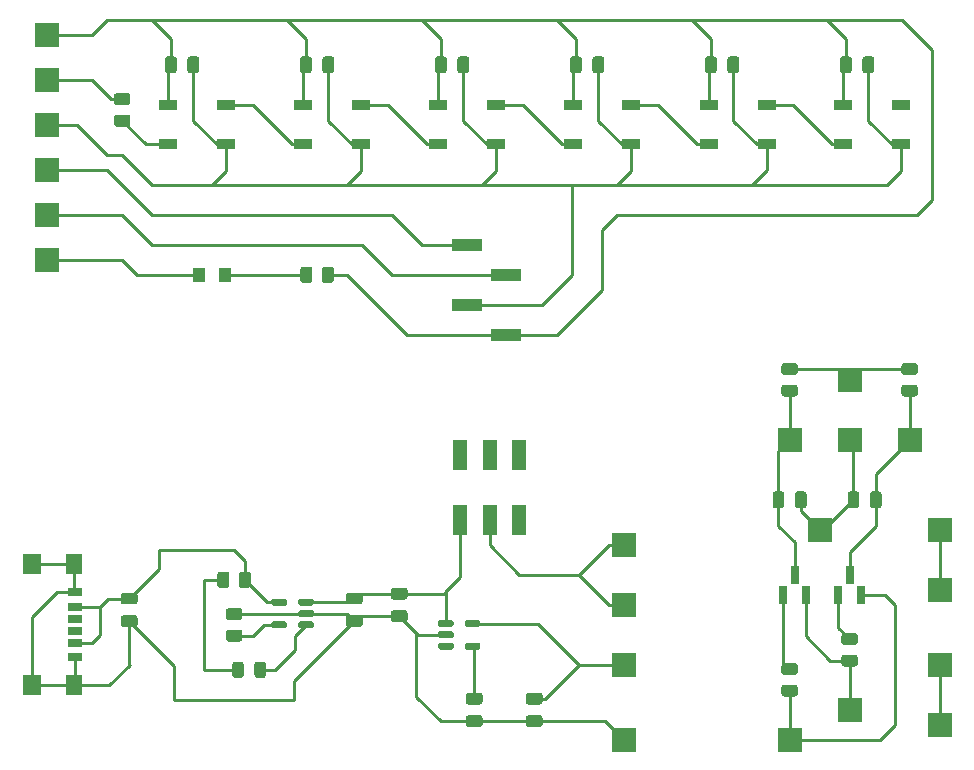
<source format=gtl>
%TF.GenerationSoftware,KiCad,Pcbnew,7.0.9*%
%TF.CreationDate,2023-12-13T15:44:44+01:00*%
%TF.ProjectId,TestPCB_Big,54657374-5043-4425-9f42-69672e6b6963,rev?*%
%TF.SameCoordinates,Original*%
%TF.FileFunction,Copper,L1,Top*%
%TF.FilePolarity,Positive*%
%FSLAX46Y46*%
G04 Gerber Fmt 4.6, Leading zero omitted, Abs format (unit mm)*
G04 Created by KiCad (PCBNEW 7.0.9) date 2023-12-13 15:44:44*
%MOMM*%
%LPD*%
G01*
G04 APERTURE LIST*
%TA.AperFunction,SMDPad,CuDef*%
%ADD10R,2.000000X2.000000*%
%TD*%
%TA.AperFunction,SMDPad,CuDef*%
%ADD11R,1.500000X0.900000*%
%TD*%
%TA.AperFunction,SMDPad,CuDef*%
%ADD12R,1.000000X1.250000*%
%TD*%
%TA.AperFunction,SMDPad,CuDef*%
%ADD13R,2.510000X1.000000*%
%TD*%
%TA.AperFunction,SMDPad,CuDef*%
%ADD14R,1.200000X0.700000*%
%TD*%
%TA.AperFunction,SMDPad,CuDef*%
%ADD15R,1.200000X0.760000*%
%TD*%
%TA.AperFunction,SMDPad,CuDef*%
%ADD16R,1.200000X0.800000*%
%TD*%
%TA.AperFunction,SMDPad,CuDef*%
%ADD17R,1.350000X1.800000*%
%TD*%
%TA.AperFunction,SMDPad,CuDef*%
%ADD18R,1.500000X1.800000*%
%TD*%
%TA.AperFunction,SMDPad,CuDef*%
%ADD19R,1.200000X2.500000*%
%TD*%
%TA.AperFunction,SMDPad,CuDef*%
%ADD20R,0.650000X1.550000*%
%TD*%
%TA.AperFunction,Conductor*%
%ADD21C,0.250000*%
%TD*%
G04 APERTURE END LIST*
D10*
X139700000Y-105410000D03*
X64135000Y-69850000D03*
%TA.AperFunction,SMDPad,CuDef*%
G36*
G01*
X89655000Y-105650000D02*
X90605000Y-105650000D01*
G75*
G02*
X90855000Y-105900000I0J-250000D01*
G01*
X90855000Y-106400000D01*
G75*
G02*
X90605000Y-106650000I-250000J0D01*
G01*
X89655000Y-106650000D01*
G75*
G02*
X89405000Y-106400000I0J250000D01*
G01*
X89405000Y-105900000D01*
G75*
G02*
X89655000Y-105650000I250000J0D01*
G01*
G37*
%TD.AperFunction*%
%TA.AperFunction,SMDPad,CuDef*%
G36*
G01*
X89655000Y-107550000D02*
X90605000Y-107550000D01*
G75*
G02*
X90855000Y-107800000I0J-250000D01*
G01*
X90855000Y-108300000D01*
G75*
G02*
X90605000Y-108550000I-250000J0D01*
G01*
X89655000Y-108550000D01*
G75*
G02*
X89405000Y-108300000I0J250000D01*
G01*
X89405000Y-107800000D01*
G75*
G02*
X89655000Y-107550000I250000J0D01*
G01*
G37*
%TD.AperFunction*%
X139700000Y-111760000D03*
%TA.AperFunction,SMDPad,CuDef*%
G36*
G01*
X137610000Y-89055000D02*
X136710000Y-89055000D01*
G75*
G02*
X136460000Y-88805000I0J250000D01*
G01*
X136460000Y-88280000D01*
G75*
G02*
X136710000Y-88030000I250000J0D01*
G01*
X137610000Y-88030000D01*
G75*
G02*
X137860000Y-88280000I0J-250000D01*
G01*
X137860000Y-88805000D01*
G75*
G02*
X137610000Y-89055000I-250000J0D01*
G01*
G37*
%TD.AperFunction*%
%TA.AperFunction,SMDPad,CuDef*%
G36*
G01*
X137610000Y-87230000D02*
X136710000Y-87230000D01*
G75*
G02*
X136460000Y-86980000I0J250000D01*
G01*
X136460000Y-86455000D01*
G75*
G02*
X136710000Y-86205000I250000J0D01*
G01*
X137610000Y-86205000D01*
G75*
G02*
X137860000Y-86455000I0J-250000D01*
G01*
X137860000Y-86980000D01*
G75*
G02*
X137610000Y-87230000I-250000J0D01*
G01*
G37*
%TD.AperFunction*%
D11*
X90715000Y-67690000D03*
X90715000Y-64390000D03*
X85815000Y-64390000D03*
X85815000Y-67690000D03*
%TA.AperFunction,SMDPad,CuDef*%
G36*
G01*
X104895000Y-114120000D02*
X105845000Y-114120000D01*
G75*
G02*
X106095000Y-114370000I0J-250000D01*
G01*
X106095000Y-114870000D01*
G75*
G02*
X105845000Y-115120000I-250000J0D01*
G01*
X104895000Y-115120000D01*
G75*
G02*
X104645000Y-114870000I0J250000D01*
G01*
X104645000Y-114370000D01*
G75*
G02*
X104895000Y-114120000I250000J0D01*
G01*
G37*
%TD.AperFunction*%
%TA.AperFunction,SMDPad,CuDef*%
G36*
G01*
X104895000Y-116020000D02*
X105845000Y-116020000D01*
G75*
G02*
X106095000Y-116270000I0J-250000D01*
G01*
X106095000Y-116770000D01*
G75*
G02*
X105845000Y-117020000I-250000J0D01*
G01*
X104895000Y-117020000D01*
G75*
G02*
X104645000Y-116770000I0J250000D01*
G01*
X104645000Y-116270000D01*
G75*
G02*
X104895000Y-116020000I250000J0D01*
G01*
G37*
%TD.AperFunction*%
%TA.AperFunction,SMDPad,CuDef*%
G36*
G01*
X125550000Y-98265000D02*
X125550000Y-97315000D01*
G75*
G02*
X125800000Y-97065000I250000J0D01*
G01*
X126300000Y-97065000D01*
G75*
G02*
X126550000Y-97315000I0J-250000D01*
G01*
X126550000Y-98265000D01*
G75*
G02*
X126300000Y-98515000I-250000J0D01*
G01*
X125800000Y-98515000D01*
G75*
G02*
X125550000Y-98265000I0J250000D01*
G01*
G37*
%TD.AperFunction*%
%TA.AperFunction,SMDPad,CuDef*%
G36*
G01*
X127450000Y-98265000D02*
X127450000Y-97315000D01*
G75*
G02*
X127700000Y-97065000I250000J0D01*
G01*
X128200000Y-97065000D01*
G75*
G02*
X128450000Y-97315000I0J-250000D01*
G01*
X128450000Y-98265000D01*
G75*
G02*
X128200000Y-98515000I-250000J0D01*
G01*
X127700000Y-98515000D01*
G75*
G02*
X127450000Y-98265000I0J250000D01*
G01*
G37*
%TD.AperFunction*%
%TA.AperFunction,SMDPad,CuDef*%
G36*
G01*
X70605000Y-105650000D02*
X71555000Y-105650000D01*
G75*
G02*
X71805000Y-105900000I0J-250000D01*
G01*
X71805000Y-106400000D01*
G75*
G02*
X71555000Y-106650000I-250000J0D01*
G01*
X70605000Y-106650000D01*
G75*
G02*
X70355000Y-106400000I0J250000D01*
G01*
X70355000Y-105900000D01*
G75*
G02*
X70605000Y-105650000I250000J0D01*
G01*
G37*
%TD.AperFunction*%
%TA.AperFunction,SMDPad,CuDef*%
G36*
G01*
X70605000Y-107550000D02*
X71555000Y-107550000D01*
G75*
G02*
X71805000Y-107800000I0J-250000D01*
G01*
X71805000Y-108300000D01*
G75*
G02*
X71555000Y-108550000I-250000J0D01*
G01*
X70605000Y-108550000D01*
G75*
G02*
X70355000Y-108300000I0J250000D01*
G01*
X70355000Y-107800000D01*
G75*
G02*
X70605000Y-107550000I250000J0D01*
G01*
G37*
%TD.AperFunction*%
%TA.AperFunction,SMDPad,CuDef*%
G36*
G01*
X82665000Y-111723750D02*
X82665000Y-112636250D01*
G75*
G02*
X82421250Y-112880000I-243750J0D01*
G01*
X81933750Y-112880000D01*
G75*
G02*
X81690000Y-112636250I0J243750D01*
G01*
X81690000Y-111723750D01*
G75*
G02*
X81933750Y-111480000I243750J0D01*
G01*
X82421250Y-111480000D01*
G75*
G02*
X82665000Y-111723750I0J-243750D01*
G01*
G37*
%TD.AperFunction*%
%TA.AperFunction,SMDPad,CuDef*%
G36*
G01*
X80790000Y-111723750D02*
X80790000Y-112636250D01*
G75*
G02*
X80546250Y-112880000I-243750J0D01*
G01*
X80058750Y-112880000D01*
G75*
G02*
X79815000Y-112636250I0J243750D01*
G01*
X79815000Y-111723750D01*
G75*
G02*
X80058750Y-111480000I243750J0D01*
G01*
X80546250Y-111480000D01*
G75*
G02*
X80790000Y-111723750I0J-243750D01*
G01*
G37*
%TD.AperFunction*%
X113575000Y-67690000D03*
X113575000Y-64390000D03*
X108675000Y-64390000D03*
X108675000Y-67690000D03*
%TA.AperFunction,SMDPad,CuDef*%
G36*
G01*
X99815000Y-114120000D02*
X100765000Y-114120000D01*
G75*
G02*
X101015000Y-114370000I0J-250000D01*
G01*
X101015000Y-114870000D01*
G75*
G02*
X100765000Y-115120000I-250000J0D01*
G01*
X99815000Y-115120000D01*
G75*
G02*
X99565000Y-114870000I0J250000D01*
G01*
X99565000Y-114370000D01*
G75*
G02*
X99815000Y-114120000I250000J0D01*
G01*
G37*
%TD.AperFunction*%
%TA.AperFunction,SMDPad,CuDef*%
G36*
G01*
X99815000Y-116020000D02*
X100765000Y-116020000D01*
G75*
G02*
X101015000Y-116270000I0J-250000D01*
G01*
X101015000Y-116770000D01*
G75*
G02*
X100765000Y-117020000I-250000J0D01*
G01*
X99815000Y-117020000D01*
G75*
G02*
X99565000Y-116770000I0J250000D01*
G01*
X99565000Y-116270000D01*
G75*
G02*
X99815000Y-116020000I250000J0D01*
G01*
G37*
%TD.AperFunction*%
%TA.AperFunction,SMDPad,CuDef*%
G36*
G01*
X88445000Y-60485000D02*
X88445000Y-61435000D01*
G75*
G02*
X88195000Y-61685000I-250000J0D01*
G01*
X87695000Y-61685000D01*
G75*
G02*
X87445000Y-61435000I0J250000D01*
G01*
X87445000Y-60485000D01*
G75*
G02*
X87695000Y-60235000I250000J0D01*
G01*
X88195000Y-60235000D01*
G75*
G02*
X88445000Y-60485000I0J-250000D01*
G01*
G37*
%TD.AperFunction*%
%TA.AperFunction,SMDPad,CuDef*%
G36*
G01*
X86545000Y-60485000D02*
X86545000Y-61435000D01*
G75*
G02*
X86295000Y-61685000I-250000J0D01*
G01*
X85795000Y-61685000D01*
G75*
G02*
X85545000Y-61435000I0J250000D01*
G01*
X85545000Y-60485000D01*
G75*
G02*
X85795000Y-60235000I250000J0D01*
G01*
X86295000Y-60235000D01*
G75*
G02*
X86545000Y-60485000I0J-250000D01*
G01*
G37*
%TD.AperFunction*%
D10*
X64135000Y-66040000D03*
%TA.AperFunction,SMDPad,CuDef*%
G36*
G01*
X132530000Y-111915000D02*
X131630000Y-111915000D01*
G75*
G02*
X131380000Y-111665000I0J250000D01*
G01*
X131380000Y-111140000D01*
G75*
G02*
X131630000Y-110890000I250000J0D01*
G01*
X132530000Y-110890000D01*
G75*
G02*
X132780000Y-111140000I0J-250000D01*
G01*
X132780000Y-111665000D01*
G75*
G02*
X132530000Y-111915000I-250000J0D01*
G01*
G37*
%TD.AperFunction*%
%TA.AperFunction,SMDPad,CuDef*%
G36*
G01*
X132530000Y-110090000D02*
X131630000Y-110090000D01*
G75*
G02*
X131380000Y-109840000I0J250000D01*
G01*
X131380000Y-109315000D01*
G75*
G02*
X131630000Y-109065000I250000J0D01*
G01*
X132530000Y-109065000D01*
G75*
G02*
X132780000Y-109315000I0J-250000D01*
G01*
X132780000Y-109840000D01*
G75*
G02*
X132530000Y-110090000I-250000J0D01*
G01*
G37*
%TD.AperFunction*%
X64135000Y-77470000D03*
D12*
X79205000Y-78740000D03*
X77005000Y-78740000D03*
D13*
X99695000Y-76200000D03*
X103005000Y-78740000D03*
X99695000Y-81280000D03*
X103005000Y-83820000D03*
%TA.AperFunction,SMDPad,CuDef*%
G36*
G01*
X80420000Y-109795000D02*
X79520000Y-109795000D01*
G75*
G02*
X79270000Y-109545000I0J250000D01*
G01*
X79270000Y-109020000D01*
G75*
G02*
X79520000Y-108770000I250000J0D01*
G01*
X80420000Y-108770000D01*
G75*
G02*
X80670000Y-109020000I0J-250000D01*
G01*
X80670000Y-109545000D01*
G75*
G02*
X80420000Y-109795000I-250000J0D01*
G01*
G37*
%TD.AperFunction*%
%TA.AperFunction,SMDPad,CuDef*%
G36*
G01*
X80420000Y-107970000D02*
X79520000Y-107970000D01*
G75*
G02*
X79270000Y-107720000I0J250000D01*
G01*
X79270000Y-107195000D01*
G75*
G02*
X79520000Y-106945000I250000J0D01*
G01*
X80420000Y-106945000D01*
G75*
G02*
X80670000Y-107195000I0J-250000D01*
G01*
X80670000Y-107720000D01*
G75*
G02*
X80420000Y-107970000I-250000J0D01*
G01*
G37*
%TD.AperFunction*%
D14*
X66515000Y-107870000D03*
D15*
X66515000Y-109890000D03*
D16*
X66515000Y-111120000D03*
D14*
X66515000Y-108870000D03*
D15*
X66515000Y-106850000D03*
D16*
X66515000Y-105620000D03*
D17*
X66440000Y-103245000D03*
X66440000Y-113495000D03*
D18*
X62860000Y-103245000D03*
X62860000Y-113495000D03*
%TA.AperFunction,SMDPad,CuDef*%
G36*
G01*
X70035000Y-63345000D02*
X70935000Y-63345000D01*
G75*
G02*
X71185000Y-63595000I0J-250000D01*
G01*
X71185000Y-64120000D01*
G75*
G02*
X70935000Y-64370000I-250000J0D01*
G01*
X70035000Y-64370000D01*
G75*
G02*
X69785000Y-64120000I0J250000D01*
G01*
X69785000Y-63595000D01*
G75*
G02*
X70035000Y-63345000I250000J0D01*
G01*
G37*
%TD.AperFunction*%
%TA.AperFunction,SMDPad,CuDef*%
G36*
G01*
X70035000Y-65170000D02*
X70935000Y-65170000D01*
G75*
G02*
X71185000Y-65420000I0J-250000D01*
G01*
X71185000Y-65945000D01*
G75*
G02*
X70935000Y-66195000I-250000J0D01*
G01*
X70035000Y-66195000D01*
G75*
G02*
X69785000Y-65945000I0J250000D01*
G01*
X69785000Y-65420000D01*
G75*
G02*
X70035000Y-65170000I250000J0D01*
G01*
G37*
%TD.AperFunction*%
D10*
X64135000Y-62230000D03*
X132080000Y-87630000D03*
%TA.AperFunction,SMDPad,CuDef*%
G36*
G01*
X86717500Y-108220000D02*
X86717500Y-108520000D01*
G75*
G02*
X86567500Y-108670000I-150000J0D01*
G01*
X85542500Y-108670000D01*
G75*
G02*
X85392500Y-108520000I0J150000D01*
G01*
X85392500Y-108220000D01*
G75*
G02*
X85542500Y-108070000I150000J0D01*
G01*
X86567500Y-108070000D01*
G75*
G02*
X86717500Y-108220000I0J-150000D01*
G01*
G37*
%TD.AperFunction*%
%TA.AperFunction,SMDPad,CuDef*%
G36*
G01*
X86717500Y-107270000D02*
X86717500Y-107570000D01*
G75*
G02*
X86567500Y-107720000I-150000J0D01*
G01*
X85542500Y-107720000D01*
G75*
G02*
X85392500Y-107570000I0J150000D01*
G01*
X85392500Y-107270000D01*
G75*
G02*
X85542500Y-107120000I150000J0D01*
G01*
X86567500Y-107120000D01*
G75*
G02*
X86717500Y-107270000I0J-150000D01*
G01*
G37*
%TD.AperFunction*%
%TA.AperFunction,SMDPad,CuDef*%
G36*
G01*
X86717500Y-106320000D02*
X86717500Y-106620000D01*
G75*
G02*
X86567500Y-106770000I-150000J0D01*
G01*
X85542500Y-106770000D01*
G75*
G02*
X85392500Y-106620000I0J150000D01*
G01*
X85392500Y-106320000D01*
G75*
G02*
X85542500Y-106170000I150000J0D01*
G01*
X86567500Y-106170000D01*
G75*
G02*
X86717500Y-106320000I0J-150000D01*
G01*
G37*
%TD.AperFunction*%
%TA.AperFunction,SMDPad,CuDef*%
G36*
G01*
X84442500Y-106320000D02*
X84442500Y-106620000D01*
G75*
G02*
X84292500Y-106770000I-150000J0D01*
G01*
X83267500Y-106770000D01*
G75*
G02*
X83117500Y-106620000I0J150000D01*
G01*
X83117500Y-106320000D01*
G75*
G02*
X83267500Y-106170000I150000J0D01*
G01*
X84292500Y-106170000D01*
G75*
G02*
X84442500Y-106320000I0J-150000D01*
G01*
G37*
%TD.AperFunction*%
%TA.AperFunction,SMDPad,CuDef*%
G36*
G01*
X84442500Y-108220000D02*
X84442500Y-108520000D01*
G75*
G02*
X84292500Y-108670000I-150000J0D01*
G01*
X83267500Y-108670000D01*
G75*
G02*
X83117500Y-108520000I0J150000D01*
G01*
X83117500Y-108220000D01*
G75*
G02*
X83267500Y-108070000I150000J0D01*
G01*
X84292500Y-108070000D01*
G75*
G02*
X84442500Y-108220000I0J-150000D01*
G01*
G37*
%TD.AperFunction*%
%TA.AperFunction,SMDPad,CuDef*%
G36*
G01*
X134800000Y-97315000D02*
X134800000Y-98265000D01*
G75*
G02*
X134550000Y-98515000I-250000J0D01*
G01*
X134050000Y-98515000D01*
G75*
G02*
X133800000Y-98265000I0J250000D01*
G01*
X133800000Y-97315000D01*
G75*
G02*
X134050000Y-97065000I250000J0D01*
G01*
X134550000Y-97065000D01*
G75*
G02*
X134800000Y-97315000I0J-250000D01*
G01*
G37*
%TD.AperFunction*%
%TA.AperFunction,SMDPad,CuDef*%
G36*
G01*
X132900000Y-97315000D02*
X132900000Y-98265000D01*
G75*
G02*
X132650000Y-98515000I-250000J0D01*
G01*
X132150000Y-98515000D01*
G75*
G02*
X131900000Y-98265000I0J250000D01*
G01*
X131900000Y-97315000D01*
G75*
G02*
X132150000Y-97065000I250000J0D01*
G01*
X132650000Y-97065000D01*
G75*
G02*
X132900000Y-97315000I0J-250000D01*
G01*
G37*
%TD.AperFunction*%
X127000000Y-118110000D03*
%TA.AperFunction,SMDPad,CuDef*%
G36*
G01*
X99875000Y-60485000D02*
X99875000Y-61435000D01*
G75*
G02*
X99625000Y-61685000I-250000J0D01*
G01*
X99125000Y-61685000D01*
G75*
G02*
X98875000Y-61435000I0J250000D01*
G01*
X98875000Y-60485000D01*
G75*
G02*
X99125000Y-60235000I250000J0D01*
G01*
X99625000Y-60235000D01*
G75*
G02*
X99875000Y-60485000I0J-250000D01*
G01*
G37*
%TD.AperFunction*%
%TA.AperFunction,SMDPad,CuDef*%
G36*
G01*
X97975000Y-60485000D02*
X97975000Y-61435000D01*
G75*
G02*
X97725000Y-61685000I-250000J0D01*
G01*
X97225000Y-61685000D01*
G75*
G02*
X96975000Y-61435000I0J250000D01*
G01*
X96975000Y-60485000D01*
G75*
G02*
X97225000Y-60235000I250000J0D01*
G01*
X97725000Y-60235000D01*
G75*
G02*
X97975000Y-60485000I0J-250000D01*
G01*
G37*
%TD.AperFunction*%
%TA.AperFunction,SMDPad,CuDef*%
G36*
G01*
X93465000Y-105230000D02*
X94415000Y-105230000D01*
G75*
G02*
X94665000Y-105480000I0J-250000D01*
G01*
X94665000Y-105980000D01*
G75*
G02*
X94415000Y-106230000I-250000J0D01*
G01*
X93465000Y-106230000D01*
G75*
G02*
X93215000Y-105980000I0J250000D01*
G01*
X93215000Y-105480000D01*
G75*
G02*
X93465000Y-105230000I250000J0D01*
G01*
G37*
%TD.AperFunction*%
%TA.AperFunction,SMDPad,CuDef*%
G36*
G01*
X93465000Y-107130000D02*
X94415000Y-107130000D01*
G75*
G02*
X94665000Y-107380000I0J-250000D01*
G01*
X94665000Y-107880000D01*
G75*
G02*
X94415000Y-108130000I-250000J0D01*
G01*
X93465000Y-108130000D01*
G75*
G02*
X93215000Y-107880000I0J250000D01*
G01*
X93215000Y-107380000D01*
G75*
G02*
X93465000Y-107130000I250000J0D01*
G01*
G37*
%TD.AperFunction*%
D19*
X99100000Y-99480000D03*
X101600000Y-99480000D03*
X104100000Y-99480000D03*
X104100000Y-93980000D03*
X101600000Y-93980000D03*
X99100000Y-93980000D03*
D10*
X112990000Y-118110000D03*
%TA.AperFunction,SMDPad,CuDef*%
G36*
G01*
X127450000Y-89055000D02*
X126550000Y-89055000D01*
G75*
G02*
X126300000Y-88805000I0J250000D01*
G01*
X126300000Y-88280000D01*
G75*
G02*
X126550000Y-88030000I250000J0D01*
G01*
X127450000Y-88030000D01*
G75*
G02*
X127700000Y-88280000I0J-250000D01*
G01*
X127700000Y-88805000D01*
G75*
G02*
X127450000Y-89055000I-250000J0D01*
G01*
G37*
%TD.AperFunction*%
%TA.AperFunction,SMDPad,CuDef*%
G36*
G01*
X127450000Y-87230000D02*
X126550000Y-87230000D01*
G75*
G02*
X126300000Y-86980000I0J250000D01*
G01*
X126300000Y-86455000D01*
G75*
G02*
X126550000Y-86205000I250000J0D01*
G01*
X127450000Y-86205000D01*
G75*
G02*
X127700000Y-86455000I0J-250000D01*
G01*
X127700000Y-86980000D01*
G75*
G02*
X127450000Y-87230000I-250000J0D01*
G01*
G37*
%TD.AperFunction*%
%TA.AperFunction,SMDPad,CuDef*%
G36*
G01*
X88420000Y-78290000D02*
X88420000Y-79190000D01*
G75*
G02*
X88170000Y-79440000I-250000J0D01*
G01*
X87645000Y-79440000D01*
G75*
G02*
X87395000Y-79190000I0J250000D01*
G01*
X87395000Y-78290000D01*
G75*
G02*
X87645000Y-78040000I250000J0D01*
G01*
X88170000Y-78040000D01*
G75*
G02*
X88420000Y-78290000I0J-250000D01*
G01*
G37*
%TD.AperFunction*%
%TA.AperFunction,SMDPad,CuDef*%
G36*
G01*
X86595000Y-78290000D02*
X86595000Y-79190000D01*
G75*
G02*
X86345000Y-79440000I-250000J0D01*
G01*
X85820000Y-79440000D01*
G75*
G02*
X85570000Y-79190000I0J250000D01*
G01*
X85570000Y-78290000D01*
G75*
G02*
X85820000Y-78040000I250000J0D01*
G01*
X86345000Y-78040000D01*
G75*
G02*
X86595000Y-78290000I0J-250000D01*
G01*
G37*
%TD.AperFunction*%
%TA.AperFunction,SMDPad,CuDef*%
G36*
G01*
X127450000Y-114455000D02*
X126550000Y-114455000D01*
G75*
G02*
X126300000Y-114205000I0J250000D01*
G01*
X126300000Y-113680000D01*
G75*
G02*
X126550000Y-113430000I250000J0D01*
G01*
X127450000Y-113430000D01*
G75*
G02*
X127700000Y-113680000I0J-250000D01*
G01*
X127700000Y-114205000D01*
G75*
G02*
X127450000Y-114455000I-250000J0D01*
G01*
G37*
%TD.AperFunction*%
%TA.AperFunction,SMDPad,CuDef*%
G36*
G01*
X127450000Y-112630000D02*
X126550000Y-112630000D01*
G75*
G02*
X126300000Y-112380000I0J250000D01*
G01*
X126300000Y-111855000D01*
G75*
G02*
X126550000Y-111605000I250000J0D01*
G01*
X127450000Y-111605000D01*
G75*
G02*
X127700000Y-111855000I0J-250000D01*
G01*
X127700000Y-112380000D01*
G75*
G02*
X127450000Y-112630000I-250000J0D01*
G01*
G37*
%TD.AperFunction*%
X139700000Y-100330000D03*
%TA.AperFunction,SMDPad,CuDef*%
G36*
G01*
X97220000Y-108420000D02*
X97220000Y-108120000D01*
G75*
G02*
X97370000Y-107970000I150000J0D01*
G01*
X98395000Y-107970000D01*
G75*
G02*
X98545000Y-108120000I0J-150000D01*
G01*
X98545000Y-108420000D01*
G75*
G02*
X98395000Y-108570000I-150000J0D01*
G01*
X97370000Y-108570000D01*
G75*
G02*
X97220000Y-108420000I0J150000D01*
G01*
G37*
%TD.AperFunction*%
%TA.AperFunction,SMDPad,CuDef*%
G36*
G01*
X97220000Y-109370000D02*
X97220000Y-109070000D01*
G75*
G02*
X97370000Y-108920000I150000J0D01*
G01*
X98395000Y-108920000D01*
G75*
G02*
X98545000Y-109070000I0J-150000D01*
G01*
X98545000Y-109370000D01*
G75*
G02*
X98395000Y-109520000I-150000J0D01*
G01*
X97370000Y-109520000D01*
G75*
G02*
X97220000Y-109370000I0J150000D01*
G01*
G37*
%TD.AperFunction*%
%TA.AperFunction,SMDPad,CuDef*%
G36*
G01*
X97220000Y-110320000D02*
X97220000Y-110020000D01*
G75*
G02*
X97370000Y-109870000I150000J0D01*
G01*
X98395000Y-109870000D01*
G75*
G02*
X98545000Y-110020000I0J-150000D01*
G01*
X98545000Y-110320000D01*
G75*
G02*
X98395000Y-110470000I-150000J0D01*
G01*
X97370000Y-110470000D01*
G75*
G02*
X97220000Y-110320000I0J150000D01*
G01*
G37*
%TD.AperFunction*%
%TA.AperFunction,SMDPad,CuDef*%
G36*
G01*
X99495000Y-110320000D02*
X99495000Y-110020000D01*
G75*
G02*
X99645000Y-109870000I150000J0D01*
G01*
X100670000Y-109870000D01*
G75*
G02*
X100820000Y-110020000I0J-150000D01*
G01*
X100820000Y-110320000D01*
G75*
G02*
X100670000Y-110470000I-150000J0D01*
G01*
X99645000Y-110470000D01*
G75*
G02*
X99495000Y-110320000I0J150000D01*
G01*
G37*
%TD.AperFunction*%
%TA.AperFunction,SMDPad,CuDef*%
G36*
G01*
X99495000Y-108420000D02*
X99495000Y-108120000D01*
G75*
G02*
X99645000Y-107970000I150000J0D01*
G01*
X100670000Y-107970000D01*
G75*
G02*
X100820000Y-108120000I0J-150000D01*
G01*
X100820000Y-108420000D01*
G75*
G02*
X100670000Y-108570000I-150000J0D01*
G01*
X99645000Y-108570000D01*
G75*
G02*
X99495000Y-108420000I0J150000D01*
G01*
G37*
%TD.AperFunction*%
D11*
X125095000Y-67690000D03*
X125095000Y-64390000D03*
X120195000Y-64390000D03*
X120195000Y-67690000D03*
D10*
X127000000Y-92710000D03*
D11*
X136435000Y-67690000D03*
X136435000Y-64390000D03*
X131535000Y-64390000D03*
X131535000Y-67690000D03*
D10*
X132080000Y-92710000D03*
X129540000Y-100330000D03*
D20*
X126460000Y-105840000D03*
X128380000Y-105840000D03*
X127420000Y-104140000D03*
%TA.AperFunction,SMDPad,CuDef*%
G36*
G01*
X111305000Y-60485000D02*
X111305000Y-61435000D01*
G75*
G02*
X111055000Y-61685000I-250000J0D01*
G01*
X110555000Y-61685000D01*
G75*
G02*
X110305000Y-61435000I0J250000D01*
G01*
X110305000Y-60485000D01*
G75*
G02*
X110555000Y-60235000I250000J0D01*
G01*
X111055000Y-60235000D01*
G75*
G02*
X111305000Y-60485000I0J-250000D01*
G01*
G37*
%TD.AperFunction*%
%TA.AperFunction,SMDPad,CuDef*%
G36*
G01*
X109405000Y-60485000D02*
X109405000Y-61435000D01*
G75*
G02*
X109155000Y-61685000I-250000J0D01*
G01*
X108655000Y-61685000D01*
G75*
G02*
X108405000Y-61435000I0J250000D01*
G01*
X108405000Y-60485000D01*
G75*
G02*
X108655000Y-60235000I250000J0D01*
G01*
X109155000Y-60235000D01*
G75*
G02*
X109405000Y-60485000I0J-250000D01*
G01*
G37*
%TD.AperFunction*%
D11*
X102145000Y-67690000D03*
X102145000Y-64390000D03*
X97245000Y-64390000D03*
X97245000Y-67690000D03*
D10*
X132080000Y-115570000D03*
X112990000Y-106680000D03*
X112990000Y-101600000D03*
X139700000Y-116840000D03*
%TA.AperFunction,SMDPad,CuDef*%
G36*
G01*
X122735000Y-60485000D02*
X122735000Y-61435000D01*
G75*
G02*
X122485000Y-61685000I-250000J0D01*
G01*
X121985000Y-61685000D01*
G75*
G02*
X121735000Y-61435000I0J250000D01*
G01*
X121735000Y-60485000D01*
G75*
G02*
X121985000Y-60235000I250000J0D01*
G01*
X122485000Y-60235000D01*
G75*
G02*
X122735000Y-60485000I0J-250000D01*
G01*
G37*
%TD.AperFunction*%
%TA.AperFunction,SMDPad,CuDef*%
G36*
G01*
X120835000Y-60485000D02*
X120835000Y-61435000D01*
G75*
G02*
X120585000Y-61685000I-250000J0D01*
G01*
X120085000Y-61685000D01*
G75*
G02*
X119835000Y-61435000I0J250000D01*
G01*
X119835000Y-60485000D01*
G75*
G02*
X120085000Y-60235000I250000J0D01*
G01*
X120585000Y-60235000D01*
G75*
G02*
X120835000Y-60485000I0J-250000D01*
G01*
G37*
%TD.AperFunction*%
%TA.AperFunction,SMDPad,CuDef*%
G36*
G01*
X81395000Y-104110000D02*
X81395000Y-105010000D01*
G75*
G02*
X81145000Y-105260000I-250000J0D01*
G01*
X80620000Y-105260000D01*
G75*
G02*
X80370000Y-105010000I0J250000D01*
G01*
X80370000Y-104110000D01*
G75*
G02*
X80620000Y-103860000I250000J0D01*
G01*
X81145000Y-103860000D01*
G75*
G02*
X81395000Y-104110000I0J-250000D01*
G01*
G37*
%TD.AperFunction*%
%TA.AperFunction,SMDPad,CuDef*%
G36*
G01*
X79570000Y-104110000D02*
X79570000Y-105010000D01*
G75*
G02*
X79320000Y-105260000I-250000J0D01*
G01*
X78795000Y-105260000D01*
G75*
G02*
X78545000Y-105010000I0J250000D01*
G01*
X78545000Y-104110000D01*
G75*
G02*
X78795000Y-103860000I250000J0D01*
G01*
X79320000Y-103860000D01*
G75*
G02*
X79570000Y-104110000I0J-250000D01*
G01*
G37*
%TD.AperFunction*%
D11*
X79285000Y-67690000D03*
X79285000Y-64390000D03*
X74385000Y-64390000D03*
X74385000Y-67690000D03*
D10*
X64135000Y-73660000D03*
D20*
X131120000Y-105840000D03*
X133040000Y-105840000D03*
X132080000Y-104140000D03*
D10*
X64135000Y-58420000D03*
X137160000Y-92710000D03*
%TA.AperFunction,SMDPad,CuDef*%
G36*
G01*
X134165000Y-60485000D02*
X134165000Y-61435000D01*
G75*
G02*
X133915000Y-61685000I-250000J0D01*
G01*
X133415000Y-61685000D01*
G75*
G02*
X133165000Y-61435000I0J250000D01*
G01*
X133165000Y-60485000D01*
G75*
G02*
X133415000Y-60235000I250000J0D01*
G01*
X133915000Y-60235000D01*
G75*
G02*
X134165000Y-60485000I0J-250000D01*
G01*
G37*
%TD.AperFunction*%
%TA.AperFunction,SMDPad,CuDef*%
G36*
G01*
X132265000Y-60485000D02*
X132265000Y-61435000D01*
G75*
G02*
X132015000Y-61685000I-250000J0D01*
G01*
X131515000Y-61685000D01*
G75*
G02*
X131265000Y-61435000I0J250000D01*
G01*
X131265000Y-60485000D01*
G75*
G02*
X131515000Y-60235000I250000J0D01*
G01*
X132015000Y-60235000D01*
G75*
G02*
X132265000Y-60485000I0J-250000D01*
G01*
G37*
%TD.AperFunction*%
X112990000Y-111760000D03*
%TA.AperFunction,SMDPad,CuDef*%
G36*
G01*
X77015000Y-60485000D02*
X77015000Y-61435000D01*
G75*
G02*
X76765000Y-61685000I-250000J0D01*
G01*
X76265000Y-61685000D01*
G75*
G02*
X76015000Y-61435000I0J250000D01*
G01*
X76015000Y-60485000D01*
G75*
G02*
X76265000Y-60235000I250000J0D01*
G01*
X76765000Y-60235000D01*
G75*
G02*
X77015000Y-60485000I0J-250000D01*
G01*
G37*
%TD.AperFunction*%
%TA.AperFunction,SMDPad,CuDef*%
G36*
G01*
X75115000Y-60485000D02*
X75115000Y-61435000D01*
G75*
G02*
X74865000Y-61685000I-250000J0D01*
G01*
X74365000Y-61685000D01*
G75*
G02*
X74115000Y-61435000I0J250000D01*
G01*
X74115000Y-60485000D01*
G75*
G02*
X74365000Y-60235000I250000J0D01*
G01*
X74865000Y-60235000D01*
G75*
G02*
X75115000Y-60485000I0J-250000D01*
G01*
G37*
%TD.AperFunction*%
D21*
X85090000Y-110490000D02*
X83400000Y-112180000D01*
X85090000Y-109335000D02*
X85090000Y-110490000D01*
X86055000Y-108370000D02*
X85090000Y-109335000D01*
X83400000Y-112180000D02*
X82177500Y-112180000D01*
X71080000Y-111720000D02*
X71080000Y-108050000D01*
X71120000Y-111760000D02*
X71080000Y-111720000D01*
X69385000Y-113495000D02*
X71120000Y-111760000D01*
X66440000Y-113495000D02*
X69385000Y-113495000D01*
X93940000Y-107630000D02*
X90550000Y-107630000D01*
X90550000Y-107630000D02*
X90130000Y-108050000D01*
X95390000Y-114440000D02*
X97470000Y-116520000D01*
X95390000Y-109080000D02*
X95530000Y-109220000D01*
X93940000Y-107630000D02*
X95390000Y-109080000D01*
X95390000Y-109080000D02*
X95390000Y-114440000D01*
X100290000Y-116520000D02*
X97470000Y-116520000D01*
X68610000Y-109250000D02*
X68610000Y-106850000D01*
X67970000Y-109890000D02*
X68610000Y-109250000D01*
X69310000Y-106150000D02*
X71080000Y-106150000D01*
X68610000Y-106850000D02*
X69310000Y-106150000D01*
X122235000Y-65720000D02*
X122235000Y-60960000D01*
X136435000Y-67690000D02*
X136435000Y-69940000D01*
X89535000Y-71120000D02*
X78105000Y-71120000D01*
X136435000Y-69940000D02*
X135255000Y-71120000D01*
X101345000Y-67690000D02*
X99375000Y-65720000D01*
X100965000Y-71120000D02*
X108585000Y-71120000D01*
X99695000Y-81280000D02*
X106045000Y-81280000D01*
X106045000Y-81280000D02*
X108585000Y-78740000D01*
X73025000Y-71120000D02*
X70485000Y-68580000D01*
X112775000Y-67690000D02*
X110805000Y-65720000D01*
X108585000Y-71120000D02*
X112395000Y-71120000D01*
X90715000Y-67690000D02*
X89915000Y-67690000D01*
X89915000Y-67690000D02*
X87945000Y-65720000D01*
X70485000Y-68580000D02*
X69215000Y-68580000D01*
X90715000Y-69940000D02*
X89535000Y-71120000D01*
X113575000Y-67690000D02*
X113575000Y-69940000D01*
X102145000Y-67690000D02*
X102145000Y-69940000D01*
X125095000Y-67690000D02*
X124205000Y-67690000D01*
X89535000Y-71120000D02*
X100965000Y-71120000D01*
X79285000Y-67690000D02*
X79285000Y-69940000D01*
X125095000Y-69850000D02*
X123825000Y-71120000D01*
X110805000Y-65720000D02*
X110805000Y-60960000D01*
X136435000Y-67690000D02*
X135635000Y-67690000D01*
X78485000Y-67690000D02*
X79285000Y-67690000D01*
X99375000Y-65720000D02*
X99375000Y-60960000D01*
X124205000Y-67690000D02*
X122235000Y-65720000D01*
X113575000Y-67690000D02*
X112775000Y-67690000D01*
X112395000Y-71120000D02*
X123825000Y-71120000D01*
X90715000Y-67690000D02*
X90715000Y-69940000D01*
X133665000Y-65720000D02*
X133665000Y-60960000D01*
X66675000Y-66040000D02*
X64135000Y-66040000D01*
X69215000Y-68580000D02*
X66675000Y-66040000D01*
X135255000Y-71120000D02*
X123825000Y-71120000D01*
X113575000Y-69940000D02*
X112395000Y-71120000D01*
X108585000Y-78740000D02*
X108585000Y-71120000D01*
X76515000Y-60960000D02*
X76515000Y-65720000D01*
X87945000Y-65720000D02*
X87945000Y-60960000D01*
X135635000Y-67690000D02*
X133665000Y-65720000D01*
X102145000Y-69940000D02*
X100965000Y-71120000D01*
X78105000Y-71120000D02*
X73025000Y-71120000D01*
X76515000Y-65720000D02*
X78485000Y-67690000D01*
X79285000Y-69940000D02*
X78105000Y-71120000D01*
X125095000Y-67690000D02*
X125095000Y-69850000D01*
X102145000Y-67690000D02*
X101345000Y-67690000D01*
X97245000Y-64390000D02*
X97245000Y-61190000D01*
X64135000Y-58420000D02*
X67945000Y-58420000D01*
X108675000Y-64390000D02*
X108675000Y-61190000D01*
X111125000Y-74930000D02*
X111125000Y-80010000D01*
X120195000Y-64390000D02*
X120195000Y-61100000D01*
X111125000Y-80010000D02*
X107315000Y-83820000D01*
X131765000Y-60960000D02*
X131765000Y-58740000D01*
X97475000Y-58740000D02*
X95885000Y-57150000D01*
X74385000Y-61190000D02*
X74615000Y-60960000D01*
X107315000Y-57150000D02*
X118745000Y-57150000D01*
X85815000Y-64390000D02*
X85815000Y-61190000D01*
X85815000Y-61190000D02*
X86045000Y-60960000D01*
X131765000Y-58740000D02*
X130175000Y-57150000D01*
X84455000Y-57150000D02*
X95885000Y-57150000D01*
X69215000Y-57150000D02*
X73025000Y-57150000D01*
X89535000Y-78740000D02*
X94615000Y-83820000D01*
X112395000Y-73660000D02*
X111125000Y-74930000D01*
X136525000Y-57150000D02*
X139065000Y-59690000D01*
X97475000Y-60960000D02*
X97475000Y-58740000D01*
X74615000Y-58740000D02*
X73025000Y-57150000D01*
X108905000Y-58740000D02*
X107315000Y-57150000D01*
X108905000Y-60960000D02*
X108905000Y-58740000D01*
X86045000Y-58740000D02*
X84455000Y-57150000D01*
X73025000Y-57150000D02*
X84455000Y-57150000D01*
X137795000Y-73660000D02*
X112395000Y-73660000D01*
X67945000Y-58420000D02*
X69215000Y-57150000D01*
X120335000Y-58740000D02*
X118745000Y-57150000D01*
X131535000Y-64390000D02*
X131535000Y-61190000D01*
X131535000Y-61190000D02*
X131765000Y-60960000D01*
X120195000Y-61100000D02*
X120335000Y-60960000D01*
X86045000Y-60960000D02*
X86045000Y-58740000D01*
X139065000Y-72390000D02*
X137795000Y-73660000D01*
X130175000Y-57150000D02*
X136525000Y-57150000D01*
X95885000Y-57150000D02*
X107315000Y-57150000D01*
X118745000Y-57150000D02*
X130175000Y-57150000D01*
X74385000Y-64390000D02*
X74385000Y-61190000D01*
X94615000Y-83820000D02*
X103005000Y-83820000D01*
X139065000Y-59690000D02*
X139065000Y-72390000D01*
X120335000Y-60960000D02*
X120335000Y-58740000D01*
X108675000Y-61190000D02*
X108905000Y-60960000D01*
X97245000Y-61190000D02*
X97475000Y-60960000D01*
X107315000Y-83820000D02*
X103005000Y-83820000D01*
X74615000Y-60960000D02*
X74615000Y-58740000D01*
X87907500Y-78740000D02*
X89535000Y-78740000D01*
X81535000Y-64390000D02*
X84835000Y-67690000D01*
X84835000Y-67690000D02*
X85815000Y-67690000D01*
X79285000Y-64390000D02*
X81535000Y-64390000D01*
X72492500Y-67690000D02*
X70485000Y-65682500D01*
X74385000Y-67690000D02*
X72492500Y-67690000D01*
X90715000Y-64390000D02*
X92965000Y-64390000D01*
X96265000Y-67690000D02*
X97245000Y-67690000D01*
X92965000Y-64390000D02*
X96265000Y-67690000D01*
X104395000Y-64390000D02*
X107695000Y-67690000D01*
X107695000Y-67690000D02*
X108675000Y-67690000D01*
X102145000Y-64390000D02*
X104395000Y-64390000D01*
X115825000Y-64390000D02*
X119125000Y-67690000D01*
X113575000Y-64390000D02*
X115825000Y-64390000D01*
X119125000Y-67690000D02*
X120195000Y-67690000D01*
X130555000Y-67690000D02*
X131535000Y-67690000D01*
X125095000Y-64390000D02*
X127255000Y-64390000D01*
X127255000Y-64390000D02*
X130555000Y-67690000D01*
X67945000Y-62230000D02*
X69572500Y-63857500D01*
X69572500Y-63857500D02*
X70485000Y-63857500D01*
X64135000Y-62230000D02*
X67945000Y-62230000D01*
X79205000Y-78740000D02*
X86082500Y-78740000D01*
X99695000Y-76200000D02*
X95885000Y-76200000D01*
X73025000Y-73660000D02*
X69215000Y-69850000D01*
X69215000Y-69850000D02*
X64135000Y-69850000D01*
X93345000Y-73660000D02*
X73025000Y-73660000D01*
X95885000Y-76200000D02*
X93345000Y-73660000D01*
X73025000Y-76200000D02*
X70485000Y-73660000D01*
X103005000Y-78740000D02*
X93345000Y-78740000D01*
X93345000Y-78740000D02*
X90805000Y-76200000D01*
X70485000Y-73660000D02*
X64135000Y-73660000D01*
X90805000Y-76200000D02*
X73025000Y-76200000D01*
X70485000Y-77470000D02*
X71755000Y-78740000D01*
X64135000Y-77470000D02*
X70485000Y-77470000D01*
X71755000Y-78740000D02*
X77005000Y-78740000D01*
X73620000Y-103610000D02*
X71080000Y-106150000D01*
X83780000Y-106470000D02*
X82792500Y-106470000D01*
X66515000Y-109890000D02*
X67970000Y-109890000D01*
X66515000Y-106850000D02*
X68610000Y-106850000D01*
X73620000Y-102020000D02*
X73620000Y-103610000D01*
X79970000Y-102020000D02*
X73620000Y-102020000D01*
X80882500Y-104560000D02*
X80882500Y-102932500D01*
X82792500Y-106470000D02*
X80882500Y-104560000D01*
X80882500Y-102932500D02*
X79970000Y-102020000D01*
X66440000Y-105545000D02*
X66515000Y-105620000D01*
X89500000Y-107420000D02*
X90130000Y-108050000D01*
X90130000Y-108050000D02*
X85050000Y-113130000D01*
X62860000Y-113495000D02*
X66440000Y-113495000D01*
X66440000Y-103245000D02*
X66440000Y-105545000D01*
X74890000Y-111860000D02*
X71080000Y-108050000D01*
X62860000Y-107700000D02*
X62860000Y-113495000D01*
X105370000Y-116520000D02*
X111400000Y-116520000D01*
X74890000Y-114720000D02*
X74890000Y-111860000D01*
X80007500Y-107420000D02*
X79970000Y-107457500D01*
X95530000Y-109220000D02*
X97882500Y-109220000D01*
X86055000Y-107420000D02*
X80007500Y-107420000D01*
X85050000Y-114720000D02*
X74890000Y-114720000D01*
X86055000Y-107420000D02*
X89500000Y-107420000D01*
X66515000Y-111120000D02*
X66515000Y-113420000D01*
X85050000Y-113130000D02*
X85050000Y-114720000D01*
X64940000Y-105620000D02*
X62860000Y-107700000D01*
X111400000Y-116520000D02*
X112990000Y-118110000D01*
X66515000Y-113420000D02*
X66440000Y-113495000D01*
X66515000Y-105620000D02*
X64940000Y-105620000D01*
X62860000Y-103245000D02*
X66440000Y-103245000D01*
X100290000Y-116520000D02*
X105370000Y-116520000D01*
X99100000Y-104325000D02*
X99100000Y-99480000D01*
X93940000Y-105730000D02*
X97695000Y-105730000D01*
X90550000Y-105730000D02*
X90130000Y-106150000D01*
X93940000Y-105730000D02*
X90550000Y-105730000D01*
X89810000Y-106470000D02*
X90130000Y-106150000D01*
X86055000Y-106470000D02*
X89810000Y-106470000D01*
X97882500Y-105542500D02*
X99100000Y-104325000D01*
X97695000Y-105730000D02*
X97882500Y-105542500D01*
X97882500Y-108270000D02*
X97882500Y-105542500D01*
X100290000Y-114620000D02*
X100290000Y-110302500D01*
X100290000Y-110302500D02*
X100157500Y-110170000D01*
X105370000Y-114620000D02*
X106320000Y-114620000D01*
X109180000Y-111760000D02*
X105690000Y-108270000D01*
X105690000Y-108270000D02*
X100157500Y-108270000D01*
X112990000Y-111760000D02*
X109180000Y-111760000D01*
X106320000Y-114620000D02*
X109180000Y-111760000D01*
X126050000Y-93660000D02*
X127000000Y-92710000D01*
X127000000Y-92710000D02*
X127000000Y-88542500D01*
X127420000Y-101380000D02*
X126050000Y-100010000D01*
X126050000Y-97790000D02*
X126050000Y-100010000D01*
X127420000Y-104140000D02*
X127420000Y-101380000D01*
X126050000Y-97790000D02*
X126050000Y-93660000D01*
X129860000Y-100330000D02*
X132400000Y-97790000D01*
X127950000Y-98740000D02*
X129540000Y-100330000D01*
X132400000Y-97790000D02*
X132400000Y-93030000D01*
X132400000Y-93030000D02*
X132080000Y-92710000D01*
X127950000Y-97790000D02*
X127950000Y-98740000D01*
X129540000Y-100330000D02*
X129860000Y-100330000D01*
X134300000Y-100010000D02*
X132080000Y-102230000D01*
X132080000Y-102230000D02*
X132080000Y-104140000D01*
X137160000Y-92710000D02*
X137160000Y-88542500D01*
X134300000Y-97790000D02*
X134300000Y-95570000D01*
X134300000Y-95570000D02*
X137160000Y-92710000D01*
X134300000Y-97790000D02*
X134300000Y-100010000D01*
X77430000Y-104560000D02*
X79057500Y-104560000D01*
X80302500Y-112180000D02*
X77430000Y-112180000D01*
X77430000Y-112180000D02*
X77430000Y-104560000D01*
X131120000Y-108617500D02*
X132080000Y-109577500D01*
X131120000Y-105840000D02*
X131120000Y-108617500D01*
X127000000Y-118110000D02*
X134620000Y-118110000D01*
X133040000Y-105840000D02*
X135050000Y-105840000D01*
X135890000Y-106680000D02*
X135890000Y-116840000D01*
X127000000Y-118110000D02*
X127000000Y-113942500D01*
X135050000Y-105840000D02*
X135890000Y-106680000D01*
X135890000Y-116840000D02*
X134620000Y-118110000D01*
X126460000Y-111577500D02*
X127000000Y-112117500D01*
X126460000Y-105840000D02*
X126460000Y-111577500D01*
X128380000Y-109330000D02*
X130452500Y-111402500D01*
X132080000Y-115570000D02*
X132080000Y-111402500D01*
X130452500Y-111402500D02*
X132080000Y-111402500D01*
X128380000Y-105840000D02*
X128380000Y-109330000D01*
X82510000Y-108370000D02*
X81597500Y-109282500D01*
X83780000Y-108370000D02*
X82510000Y-108370000D01*
X81597500Y-109282500D02*
X79970000Y-109282500D01*
X132992500Y-86717500D02*
X132080000Y-87630000D01*
X131167500Y-86717500D02*
X132080000Y-87630000D01*
X137160000Y-86717500D02*
X132992500Y-86717500D01*
X127000000Y-86717500D02*
X131167500Y-86717500D01*
X109180000Y-104140000D02*
X111720000Y-101600000D01*
X111720000Y-106680000D02*
X109180000Y-104140000D01*
X104100000Y-104140000D02*
X109180000Y-104140000D01*
X101600000Y-99480000D02*
X101600000Y-101640000D01*
X111720000Y-101600000D02*
X112990000Y-101600000D01*
X101600000Y-101640000D02*
X104100000Y-104140000D01*
X112990000Y-106680000D02*
X111720000Y-106680000D01*
X139700000Y-105410000D02*
X139700000Y-100330000D01*
X139700000Y-116840000D02*
X139700000Y-111760000D01*
M02*

</source>
